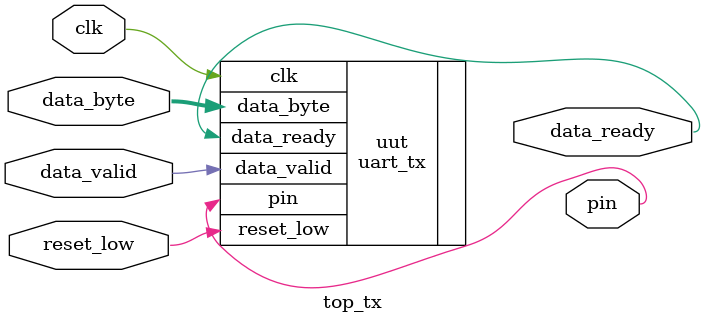
<source format=sv>
`default_nettype none
`timescale 1ns / 1ps
module top_tx
(
    input   wire        clk,
    input   wire        reset_low,

    output  wire        pin,

    output  wire        data_ready,
    input   wire        data_valid,
    input   wire [7:0]  data_byte
);

    uart_tx
    #(
        .CLK(51_800_000),
        .BAUD(115200)
    )
    uut
    (
        .clk(clk),
        .reset_low(reset_low),

        .pin(pin),

        .data_ready(data_ready),
        .data_valid(data_valid),
        .data_byte(data_byte)
    );

endmodule

</source>
